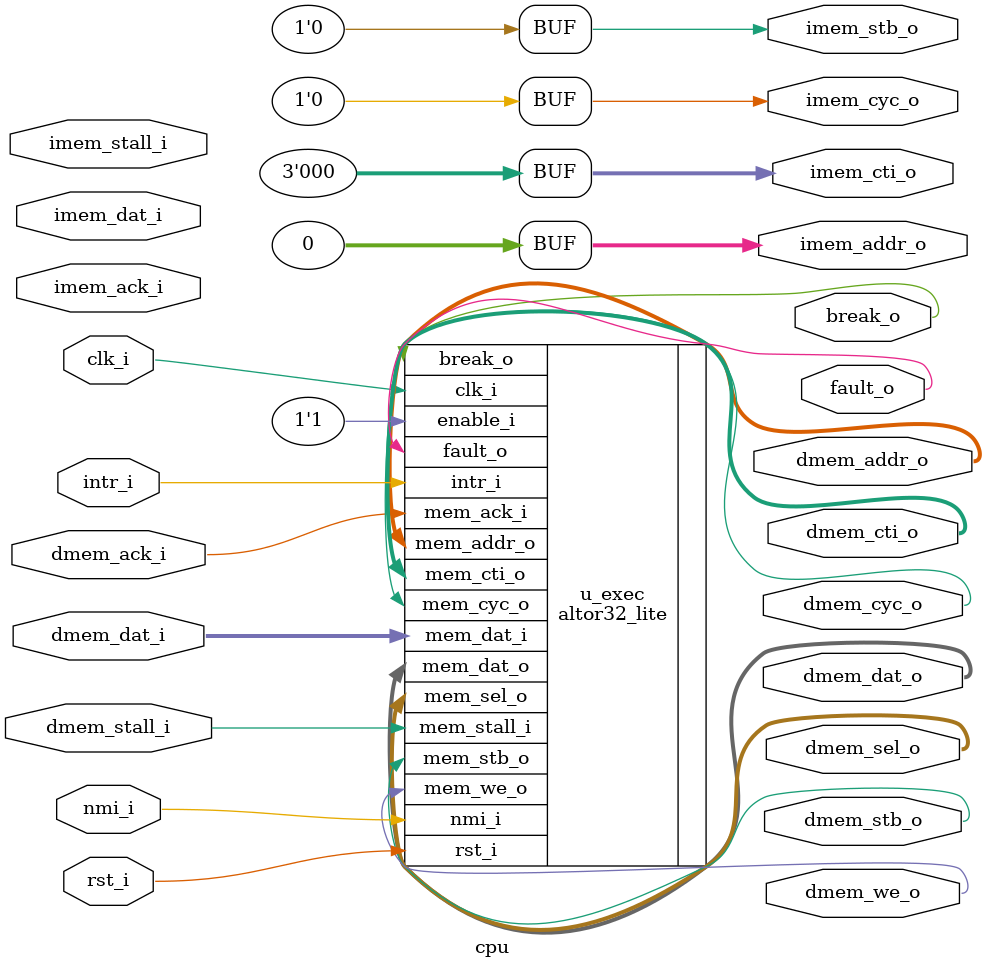
<source format=v>

module cpu
(
    // General
    input               clk_i /*verilator public*/,
    input               rst_i /*verilator public*/,

    // Maskable interrupt    
    input               intr_i /*verilator public*/,

    // Unmaskable interrupt
    input               nmi_i /*verilator public*/,

    // Fault
    output              fault_o /*verilator public*/,

    // Breakpoint / Trap
    output              break_o /*verilator public*/,

    // Instruction memory (unused)
    output [31:0]       imem_addr_o /*verilator public*/,
    input [31:0]        imem_dat_i /*verilator public*/,
    output [2:0]        imem_cti_o /*verilator public*/,
    output              imem_cyc_o /*verilator public*/,
    output              imem_stb_o /*verilator public*/,
    input               imem_stall_i/*verilator public*/,
    input               imem_ack_i/*verilator public*/,  

    // Memory interface
    output [31:0]       dmem_addr_o /*verilator public*/,
    input [31:0]        dmem_dat_i /*verilator public*/,
    output [31:0]       dmem_dat_o /*verilator public*/,
    output [2:0]        dmem_cti_o /*verilator public*/,
    output              dmem_cyc_o /*verilator public*/,
    output              dmem_stb_o /*verilator public*/,
    output              dmem_we_o /*verilator public*/,
    output [3:0]        dmem_sel_o /*verilator public*/,
    input               dmem_stall_i/*verilator public*/,
    input               dmem_ack_i/*verilator public*/ 
);

//-----------------------------------------------------------------
// Params
//-----------------------------------------------------------------
parameter           BOOT_VECTOR         = 32'h00000000;
parameter           ISR_VECTOR          = 32'h00000000;
parameter           REGISTER_FILE_TYPE  = "SIMULATION";
parameter           ENABLE_ICACHE       = "DISABLED"; // Unused
parameter           ENABLE_DCACHE       = "DISABLED"; // Unused
parameter           SUPPORT_32REGS      = "ENABLED";

//-----------------------------------------------------------------
// Instantiation
//-----------------------------------------------------------------
// CPU
altor32_lite
#(
    .BOOT_VECTOR(BOOT_VECTOR),
    .ISR_VECTOR(ISR_VECTOR),
    .REGISTER_FILE_TYPE(REGISTER_FILE_TYPE) 
)
u_exec
(
    // General - clocking & reset
    .clk_i(clk_i),
    .rst_i(rst_i),
    .fault_o(fault_o),
    .break_o(break_o),
    .nmi_i(nmi_i),
    .intr_i(intr_i),
    .enable_i(1'b1),

    .mem_addr_o(dmem_addr_o),
    .mem_dat_o(dmem_dat_o),
    .mem_dat_i(dmem_dat_i),
    .mem_sel_o(dmem_sel_o),
    .mem_cti_o(dmem_cti_o),
    .mem_cyc_o(dmem_cyc_o),
    .mem_we_o(dmem_we_o),
    .mem_stb_o(dmem_stb_o),
    .mem_stall_i(dmem_stall_i),
    .mem_ack_i(dmem_ack_i)
);

// Unused outputs
assign imem_addr_o = 32'b0;
assign imem_cti_o  = 3'b0;
assign imem_cyc_o  = 1'b0;
assign imem_stb_o  = 1'b0;

endmodule

</source>
